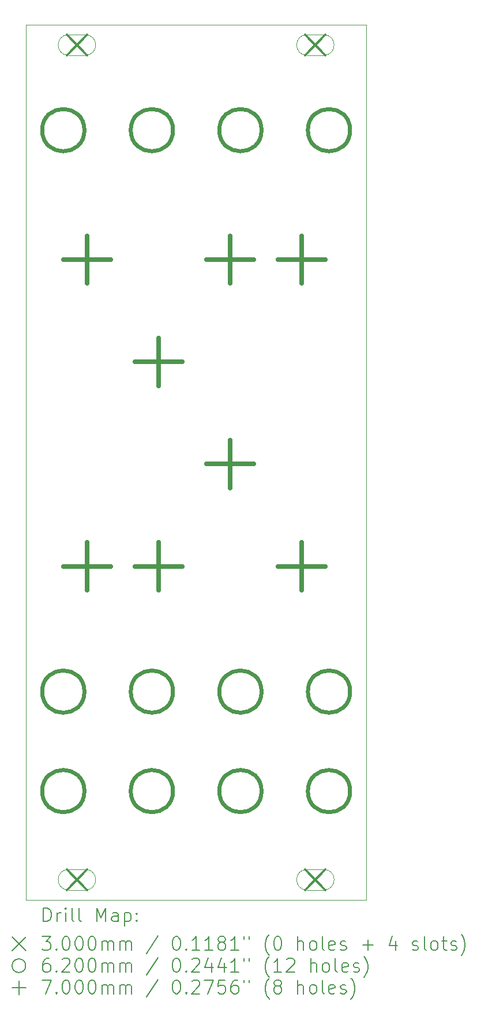
<source format=gbr>
%TF.GenerationSoftware,KiCad,Pcbnew,8.0.6-8.0.6-0~ubuntu22.04.1*%
%TF.CreationDate,2025-01-13T22:02:32+00:00*%
%TF.ProjectId,Basic_VCA,42617369-635f-4564-9341-2e6b69636164,rev?*%
%TF.SameCoordinates,Original*%
%TF.FileFunction,Drillmap*%
%TF.FilePolarity,Positive*%
%FSLAX45Y45*%
G04 Gerber Fmt 4.5, Leading zero omitted, Abs format (unit mm)*
G04 Created by KiCad (PCBNEW 8.0.6-8.0.6-0~ubuntu22.04.1) date 2025-01-13 22:02:32*
%MOMM*%
%LPD*%
G01*
G04 APERTURE LIST*
%ADD10C,0.050000*%
%ADD11C,0.200000*%
%ADD12C,0.300000*%
%ADD13C,0.100000*%
%ADD14C,0.620000*%
%ADD15C,0.700000*%
G04 APERTURE END LIST*
D10*
X22700000Y-2750000D02*
X22700000Y-15600000D01*
X17700000Y-2750000D02*
X17700000Y-15600000D01*
X22700000Y-15600000D02*
X17700000Y-15600000D01*
X17700000Y-2750000D02*
X22700000Y-2750000D01*
D11*
D12*
X18300000Y-2900000D02*
X18600000Y-3200000D01*
X18600000Y-2900000D02*
X18300000Y-3200000D01*
D13*
X18325000Y-3200000D02*
X18575000Y-3200000D01*
X18575000Y-2900000D02*
G75*
G02*
X18575000Y-3200000I0J-150000D01*
G01*
X18575000Y-2900000D02*
X18325000Y-2900000D01*
X18325000Y-2900000D02*
G75*
G03*
X18325000Y-3200000I0J-150000D01*
G01*
D12*
X18300000Y-15150000D02*
X18600000Y-15450000D01*
X18600000Y-15150000D02*
X18300000Y-15450000D01*
D13*
X18325000Y-15450000D02*
X18575000Y-15450000D01*
X18575000Y-15150000D02*
G75*
G02*
X18575000Y-15450000I0J-150000D01*
G01*
X18575000Y-15150000D02*
X18325000Y-15150000D01*
X18325000Y-15150000D02*
G75*
G03*
X18325000Y-15450000I0J-150000D01*
G01*
D12*
X21800000Y-2900000D02*
X22100000Y-3200000D01*
X22100000Y-2900000D02*
X21800000Y-3200000D01*
D13*
X21825000Y-3200000D02*
X22075000Y-3200000D01*
X22075000Y-2900000D02*
G75*
G02*
X22075000Y-3200000I0J-150000D01*
G01*
X22075000Y-2900000D02*
X21825000Y-2900000D01*
X21825000Y-2900000D02*
G75*
G03*
X21825000Y-3200000I0J-150000D01*
G01*
D12*
X21800000Y-15150000D02*
X22100000Y-15450000D01*
X22100000Y-15150000D02*
X21800000Y-15450000D01*
D13*
X21825000Y-15450000D02*
X22075000Y-15450000D01*
X22075000Y-15150000D02*
G75*
G02*
X22075000Y-15450000I0J-150000D01*
G01*
X22075000Y-15150000D02*
X21825000Y-15150000D01*
X21825000Y-15150000D02*
G75*
G03*
X21825000Y-15450000I0J-150000D01*
G01*
D14*
X18560000Y-12540000D02*
G75*
G02*
X17940000Y-12540000I-310000J0D01*
G01*
X17940000Y-12540000D02*
G75*
G02*
X18560000Y-12540000I310000J0D01*
G01*
X18560000Y-4300000D02*
G75*
G02*
X17940000Y-4300000I-310000J0D01*
G01*
X17940000Y-4300000D02*
G75*
G02*
X18560000Y-4300000I310000J0D01*
G01*
X18560000Y-14000000D02*
G75*
G02*
X17940000Y-14000000I-310000J0D01*
G01*
X17940000Y-14000000D02*
G75*
G02*
X18560000Y-14000000I310000J0D01*
G01*
X19860000Y-12540000D02*
G75*
G02*
X19240000Y-12540000I-310000J0D01*
G01*
X19240000Y-12540000D02*
G75*
G02*
X19860000Y-12540000I310000J0D01*
G01*
X19860000Y-4300000D02*
G75*
G02*
X19240000Y-4300000I-310000J0D01*
G01*
X19240000Y-4300000D02*
G75*
G02*
X19860000Y-4300000I310000J0D01*
G01*
X19860000Y-14000000D02*
G75*
G02*
X19240000Y-14000000I-310000J0D01*
G01*
X19240000Y-14000000D02*
G75*
G02*
X19860000Y-14000000I310000J0D01*
G01*
X21160000Y-12540000D02*
G75*
G02*
X20540000Y-12540000I-310000J0D01*
G01*
X20540000Y-12540000D02*
G75*
G02*
X21160000Y-12540000I310000J0D01*
G01*
X21160000Y-4300000D02*
G75*
G02*
X20540000Y-4300000I-310000J0D01*
G01*
X20540000Y-4300000D02*
G75*
G02*
X21160000Y-4300000I310000J0D01*
G01*
X21160000Y-14000000D02*
G75*
G02*
X20540000Y-14000000I-310000J0D01*
G01*
X20540000Y-14000000D02*
G75*
G02*
X21160000Y-14000000I310000J0D01*
G01*
X22460000Y-12540000D02*
G75*
G02*
X21840000Y-12540000I-310000J0D01*
G01*
X21840000Y-12540000D02*
G75*
G02*
X22460000Y-12540000I310000J0D01*
G01*
X22460000Y-4300000D02*
G75*
G02*
X21840000Y-4300000I-310000J0D01*
G01*
X21840000Y-4300000D02*
G75*
G02*
X22460000Y-4300000I310000J0D01*
G01*
X22460000Y-14000000D02*
G75*
G02*
X21840000Y-14000000I-310000J0D01*
G01*
X21840000Y-14000000D02*
G75*
G02*
X22460000Y-14000000I310000J0D01*
G01*
D15*
X18600000Y-5850000D02*
X18600000Y-6550000D01*
X18250000Y-6200000D02*
X18950000Y-6200000D01*
X18600000Y-10350000D02*
X18600000Y-11050000D01*
X18250000Y-10700000D02*
X18950000Y-10700000D01*
X19650000Y-7350000D02*
X19650000Y-8050000D01*
X19300000Y-7700000D02*
X20000000Y-7700000D01*
X19650000Y-10350000D02*
X19650000Y-11050000D01*
X19300000Y-10700000D02*
X20000000Y-10700000D01*
X20700000Y-5850000D02*
X20700000Y-6550000D01*
X20350000Y-6200000D02*
X21050000Y-6200000D01*
X20700000Y-8850000D02*
X20700000Y-9550000D01*
X20350000Y-9200000D02*
X21050000Y-9200000D01*
X21750000Y-5850000D02*
X21750000Y-6550000D01*
X21400000Y-6200000D02*
X22100000Y-6200000D01*
X21750000Y-10350000D02*
X21750000Y-11050000D01*
X21400000Y-10700000D02*
X22100000Y-10700000D01*
D11*
X17958277Y-15913984D02*
X17958277Y-15713984D01*
X17958277Y-15713984D02*
X18005896Y-15713984D01*
X18005896Y-15713984D02*
X18034467Y-15723508D01*
X18034467Y-15723508D02*
X18053515Y-15742555D01*
X18053515Y-15742555D02*
X18063039Y-15761603D01*
X18063039Y-15761603D02*
X18072563Y-15799698D01*
X18072563Y-15799698D02*
X18072563Y-15828269D01*
X18072563Y-15828269D02*
X18063039Y-15866365D01*
X18063039Y-15866365D02*
X18053515Y-15885412D01*
X18053515Y-15885412D02*
X18034467Y-15904460D01*
X18034467Y-15904460D02*
X18005896Y-15913984D01*
X18005896Y-15913984D02*
X17958277Y-15913984D01*
X18158277Y-15913984D02*
X18158277Y-15780650D01*
X18158277Y-15818746D02*
X18167801Y-15799698D01*
X18167801Y-15799698D02*
X18177324Y-15790174D01*
X18177324Y-15790174D02*
X18196372Y-15780650D01*
X18196372Y-15780650D02*
X18215420Y-15780650D01*
X18282086Y-15913984D02*
X18282086Y-15780650D01*
X18282086Y-15713984D02*
X18272563Y-15723508D01*
X18272563Y-15723508D02*
X18282086Y-15733031D01*
X18282086Y-15733031D02*
X18291610Y-15723508D01*
X18291610Y-15723508D02*
X18282086Y-15713984D01*
X18282086Y-15713984D02*
X18282086Y-15733031D01*
X18405896Y-15913984D02*
X18386848Y-15904460D01*
X18386848Y-15904460D02*
X18377324Y-15885412D01*
X18377324Y-15885412D02*
X18377324Y-15713984D01*
X18510658Y-15913984D02*
X18491610Y-15904460D01*
X18491610Y-15904460D02*
X18482086Y-15885412D01*
X18482086Y-15885412D02*
X18482086Y-15713984D01*
X18739229Y-15913984D02*
X18739229Y-15713984D01*
X18739229Y-15713984D02*
X18805896Y-15856841D01*
X18805896Y-15856841D02*
X18872563Y-15713984D01*
X18872563Y-15713984D02*
X18872563Y-15913984D01*
X19053515Y-15913984D02*
X19053515Y-15809222D01*
X19053515Y-15809222D02*
X19043991Y-15790174D01*
X19043991Y-15790174D02*
X19024944Y-15780650D01*
X19024944Y-15780650D02*
X18986848Y-15780650D01*
X18986848Y-15780650D02*
X18967801Y-15790174D01*
X19053515Y-15904460D02*
X19034467Y-15913984D01*
X19034467Y-15913984D02*
X18986848Y-15913984D01*
X18986848Y-15913984D02*
X18967801Y-15904460D01*
X18967801Y-15904460D02*
X18958277Y-15885412D01*
X18958277Y-15885412D02*
X18958277Y-15866365D01*
X18958277Y-15866365D02*
X18967801Y-15847317D01*
X18967801Y-15847317D02*
X18986848Y-15837793D01*
X18986848Y-15837793D02*
X19034467Y-15837793D01*
X19034467Y-15837793D02*
X19053515Y-15828269D01*
X19148753Y-15780650D02*
X19148753Y-15980650D01*
X19148753Y-15790174D02*
X19167801Y-15780650D01*
X19167801Y-15780650D02*
X19205896Y-15780650D01*
X19205896Y-15780650D02*
X19224944Y-15790174D01*
X19224944Y-15790174D02*
X19234467Y-15799698D01*
X19234467Y-15799698D02*
X19243991Y-15818746D01*
X19243991Y-15818746D02*
X19243991Y-15875888D01*
X19243991Y-15875888D02*
X19234467Y-15894936D01*
X19234467Y-15894936D02*
X19224944Y-15904460D01*
X19224944Y-15904460D02*
X19205896Y-15913984D01*
X19205896Y-15913984D02*
X19167801Y-15913984D01*
X19167801Y-15913984D02*
X19148753Y-15904460D01*
X19329705Y-15894936D02*
X19339229Y-15904460D01*
X19339229Y-15904460D02*
X19329705Y-15913984D01*
X19329705Y-15913984D02*
X19320182Y-15904460D01*
X19320182Y-15904460D02*
X19329705Y-15894936D01*
X19329705Y-15894936D02*
X19329705Y-15913984D01*
X19329705Y-15790174D02*
X19339229Y-15799698D01*
X19339229Y-15799698D02*
X19329705Y-15809222D01*
X19329705Y-15809222D02*
X19320182Y-15799698D01*
X19320182Y-15799698D02*
X19329705Y-15790174D01*
X19329705Y-15790174D02*
X19329705Y-15809222D01*
X17497500Y-16142500D02*
X17697500Y-16342500D01*
X17697500Y-16142500D02*
X17497500Y-16342500D01*
X17939229Y-16133984D02*
X18063039Y-16133984D01*
X18063039Y-16133984D02*
X17996372Y-16210174D01*
X17996372Y-16210174D02*
X18024944Y-16210174D01*
X18024944Y-16210174D02*
X18043991Y-16219698D01*
X18043991Y-16219698D02*
X18053515Y-16229222D01*
X18053515Y-16229222D02*
X18063039Y-16248269D01*
X18063039Y-16248269D02*
X18063039Y-16295888D01*
X18063039Y-16295888D02*
X18053515Y-16314936D01*
X18053515Y-16314936D02*
X18043991Y-16324460D01*
X18043991Y-16324460D02*
X18024944Y-16333984D01*
X18024944Y-16333984D02*
X17967801Y-16333984D01*
X17967801Y-16333984D02*
X17948753Y-16324460D01*
X17948753Y-16324460D02*
X17939229Y-16314936D01*
X18148753Y-16314936D02*
X18158277Y-16324460D01*
X18158277Y-16324460D02*
X18148753Y-16333984D01*
X18148753Y-16333984D02*
X18139229Y-16324460D01*
X18139229Y-16324460D02*
X18148753Y-16314936D01*
X18148753Y-16314936D02*
X18148753Y-16333984D01*
X18282086Y-16133984D02*
X18301134Y-16133984D01*
X18301134Y-16133984D02*
X18320182Y-16143508D01*
X18320182Y-16143508D02*
X18329705Y-16153031D01*
X18329705Y-16153031D02*
X18339229Y-16172079D01*
X18339229Y-16172079D02*
X18348753Y-16210174D01*
X18348753Y-16210174D02*
X18348753Y-16257793D01*
X18348753Y-16257793D02*
X18339229Y-16295888D01*
X18339229Y-16295888D02*
X18329705Y-16314936D01*
X18329705Y-16314936D02*
X18320182Y-16324460D01*
X18320182Y-16324460D02*
X18301134Y-16333984D01*
X18301134Y-16333984D02*
X18282086Y-16333984D01*
X18282086Y-16333984D02*
X18263039Y-16324460D01*
X18263039Y-16324460D02*
X18253515Y-16314936D01*
X18253515Y-16314936D02*
X18243991Y-16295888D01*
X18243991Y-16295888D02*
X18234467Y-16257793D01*
X18234467Y-16257793D02*
X18234467Y-16210174D01*
X18234467Y-16210174D02*
X18243991Y-16172079D01*
X18243991Y-16172079D02*
X18253515Y-16153031D01*
X18253515Y-16153031D02*
X18263039Y-16143508D01*
X18263039Y-16143508D02*
X18282086Y-16133984D01*
X18472563Y-16133984D02*
X18491610Y-16133984D01*
X18491610Y-16133984D02*
X18510658Y-16143508D01*
X18510658Y-16143508D02*
X18520182Y-16153031D01*
X18520182Y-16153031D02*
X18529705Y-16172079D01*
X18529705Y-16172079D02*
X18539229Y-16210174D01*
X18539229Y-16210174D02*
X18539229Y-16257793D01*
X18539229Y-16257793D02*
X18529705Y-16295888D01*
X18529705Y-16295888D02*
X18520182Y-16314936D01*
X18520182Y-16314936D02*
X18510658Y-16324460D01*
X18510658Y-16324460D02*
X18491610Y-16333984D01*
X18491610Y-16333984D02*
X18472563Y-16333984D01*
X18472563Y-16333984D02*
X18453515Y-16324460D01*
X18453515Y-16324460D02*
X18443991Y-16314936D01*
X18443991Y-16314936D02*
X18434467Y-16295888D01*
X18434467Y-16295888D02*
X18424944Y-16257793D01*
X18424944Y-16257793D02*
X18424944Y-16210174D01*
X18424944Y-16210174D02*
X18434467Y-16172079D01*
X18434467Y-16172079D02*
X18443991Y-16153031D01*
X18443991Y-16153031D02*
X18453515Y-16143508D01*
X18453515Y-16143508D02*
X18472563Y-16133984D01*
X18663039Y-16133984D02*
X18682086Y-16133984D01*
X18682086Y-16133984D02*
X18701134Y-16143508D01*
X18701134Y-16143508D02*
X18710658Y-16153031D01*
X18710658Y-16153031D02*
X18720182Y-16172079D01*
X18720182Y-16172079D02*
X18729705Y-16210174D01*
X18729705Y-16210174D02*
X18729705Y-16257793D01*
X18729705Y-16257793D02*
X18720182Y-16295888D01*
X18720182Y-16295888D02*
X18710658Y-16314936D01*
X18710658Y-16314936D02*
X18701134Y-16324460D01*
X18701134Y-16324460D02*
X18682086Y-16333984D01*
X18682086Y-16333984D02*
X18663039Y-16333984D01*
X18663039Y-16333984D02*
X18643991Y-16324460D01*
X18643991Y-16324460D02*
X18634467Y-16314936D01*
X18634467Y-16314936D02*
X18624944Y-16295888D01*
X18624944Y-16295888D02*
X18615420Y-16257793D01*
X18615420Y-16257793D02*
X18615420Y-16210174D01*
X18615420Y-16210174D02*
X18624944Y-16172079D01*
X18624944Y-16172079D02*
X18634467Y-16153031D01*
X18634467Y-16153031D02*
X18643991Y-16143508D01*
X18643991Y-16143508D02*
X18663039Y-16133984D01*
X18815420Y-16333984D02*
X18815420Y-16200650D01*
X18815420Y-16219698D02*
X18824944Y-16210174D01*
X18824944Y-16210174D02*
X18843991Y-16200650D01*
X18843991Y-16200650D02*
X18872563Y-16200650D01*
X18872563Y-16200650D02*
X18891610Y-16210174D01*
X18891610Y-16210174D02*
X18901134Y-16229222D01*
X18901134Y-16229222D02*
X18901134Y-16333984D01*
X18901134Y-16229222D02*
X18910658Y-16210174D01*
X18910658Y-16210174D02*
X18929705Y-16200650D01*
X18929705Y-16200650D02*
X18958277Y-16200650D01*
X18958277Y-16200650D02*
X18977325Y-16210174D01*
X18977325Y-16210174D02*
X18986848Y-16229222D01*
X18986848Y-16229222D02*
X18986848Y-16333984D01*
X19082086Y-16333984D02*
X19082086Y-16200650D01*
X19082086Y-16219698D02*
X19091610Y-16210174D01*
X19091610Y-16210174D02*
X19110658Y-16200650D01*
X19110658Y-16200650D02*
X19139229Y-16200650D01*
X19139229Y-16200650D02*
X19158277Y-16210174D01*
X19158277Y-16210174D02*
X19167801Y-16229222D01*
X19167801Y-16229222D02*
X19167801Y-16333984D01*
X19167801Y-16229222D02*
X19177325Y-16210174D01*
X19177325Y-16210174D02*
X19196372Y-16200650D01*
X19196372Y-16200650D02*
X19224944Y-16200650D01*
X19224944Y-16200650D02*
X19243991Y-16210174D01*
X19243991Y-16210174D02*
X19253515Y-16229222D01*
X19253515Y-16229222D02*
X19253515Y-16333984D01*
X19643991Y-16124460D02*
X19472563Y-16381603D01*
X19901134Y-16133984D02*
X19920182Y-16133984D01*
X19920182Y-16133984D02*
X19939229Y-16143508D01*
X19939229Y-16143508D02*
X19948753Y-16153031D01*
X19948753Y-16153031D02*
X19958277Y-16172079D01*
X19958277Y-16172079D02*
X19967801Y-16210174D01*
X19967801Y-16210174D02*
X19967801Y-16257793D01*
X19967801Y-16257793D02*
X19958277Y-16295888D01*
X19958277Y-16295888D02*
X19948753Y-16314936D01*
X19948753Y-16314936D02*
X19939229Y-16324460D01*
X19939229Y-16324460D02*
X19920182Y-16333984D01*
X19920182Y-16333984D02*
X19901134Y-16333984D01*
X19901134Y-16333984D02*
X19882087Y-16324460D01*
X19882087Y-16324460D02*
X19872563Y-16314936D01*
X19872563Y-16314936D02*
X19863039Y-16295888D01*
X19863039Y-16295888D02*
X19853515Y-16257793D01*
X19853515Y-16257793D02*
X19853515Y-16210174D01*
X19853515Y-16210174D02*
X19863039Y-16172079D01*
X19863039Y-16172079D02*
X19872563Y-16153031D01*
X19872563Y-16153031D02*
X19882087Y-16143508D01*
X19882087Y-16143508D02*
X19901134Y-16133984D01*
X20053515Y-16314936D02*
X20063039Y-16324460D01*
X20063039Y-16324460D02*
X20053515Y-16333984D01*
X20053515Y-16333984D02*
X20043991Y-16324460D01*
X20043991Y-16324460D02*
X20053515Y-16314936D01*
X20053515Y-16314936D02*
X20053515Y-16333984D01*
X20253515Y-16333984D02*
X20139229Y-16333984D01*
X20196372Y-16333984D02*
X20196372Y-16133984D01*
X20196372Y-16133984D02*
X20177325Y-16162555D01*
X20177325Y-16162555D02*
X20158277Y-16181603D01*
X20158277Y-16181603D02*
X20139229Y-16191127D01*
X20443991Y-16333984D02*
X20329706Y-16333984D01*
X20386848Y-16333984D02*
X20386848Y-16133984D01*
X20386848Y-16133984D02*
X20367801Y-16162555D01*
X20367801Y-16162555D02*
X20348753Y-16181603D01*
X20348753Y-16181603D02*
X20329706Y-16191127D01*
X20558277Y-16219698D02*
X20539229Y-16210174D01*
X20539229Y-16210174D02*
X20529706Y-16200650D01*
X20529706Y-16200650D02*
X20520182Y-16181603D01*
X20520182Y-16181603D02*
X20520182Y-16172079D01*
X20520182Y-16172079D02*
X20529706Y-16153031D01*
X20529706Y-16153031D02*
X20539229Y-16143508D01*
X20539229Y-16143508D02*
X20558277Y-16133984D01*
X20558277Y-16133984D02*
X20596372Y-16133984D01*
X20596372Y-16133984D02*
X20615420Y-16143508D01*
X20615420Y-16143508D02*
X20624944Y-16153031D01*
X20624944Y-16153031D02*
X20634468Y-16172079D01*
X20634468Y-16172079D02*
X20634468Y-16181603D01*
X20634468Y-16181603D02*
X20624944Y-16200650D01*
X20624944Y-16200650D02*
X20615420Y-16210174D01*
X20615420Y-16210174D02*
X20596372Y-16219698D01*
X20596372Y-16219698D02*
X20558277Y-16219698D01*
X20558277Y-16219698D02*
X20539229Y-16229222D01*
X20539229Y-16229222D02*
X20529706Y-16238746D01*
X20529706Y-16238746D02*
X20520182Y-16257793D01*
X20520182Y-16257793D02*
X20520182Y-16295888D01*
X20520182Y-16295888D02*
X20529706Y-16314936D01*
X20529706Y-16314936D02*
X20539229Y-16324460D01*
X20539229Y-16324460D02*
X20558277Y-16333984D01*
X20558277Y-16333984D02*
X20596372Y-16333984D01*
X20596372Y-16333984D02*
X20615420Y-16324460D01*
X20615420Y-16324460D02*
X20624944Y-16314936D01*
X20624944Y-16314936D02*
X20634468Y-16295888D01*
X20634468Y-16295888D02*
X20634468Y-16257793D01*
X20634468Y-16257793D02*
X20624944Y-16238746D01*
X20624944Y-16238746D02*
X20615420Y-16229222D01*
X20615420Y-16229222D02*
X20596372Y-16219698D01*
X20824944Y-16333984D02*
X20710658Y-16333984D01*
X20767801Y-16333984D02*
X20767801Y-16133984D01*
X20767801Y-16133984D02*
X20748753Y-16162555D01*
X20748753Y-16162555D02*
X20729706Y-16181603D01*
X20729706Y-16181603D02*
X20710658Y-16191127D01*
X20901134Y-16133984D02*
X20901134Y-16172079D01*
X20977325Y-16133984D02*
X20977325Y-16172079D01*
X21272563Y-16410174D02*
X21263039Y-16400650D01*
X21263039Y-16400650D02*
X21243991Y-16372079D01*
X21243991Y-16372079D02*
X21234468Y-16353031D01*
X21234468Y-16353031D02*
X21224944Y-16324460D01*
X21224944Y-16324460D02*
X21215420Y-16276841D01*
X21215420Y-16276841D02*
X21215420Y-16238746D01*
X21215420Y-16238746D02*
X21224944Y-16191127D01*
X21224944Y-16191127D02*
X21234468Y-16162555D01*
X21234468Y-16162555D02*
X21243991Y-16143508D01*
X21243991Y-16143508D02*
X21263039Y-16114936D01*
X21263039Y-16114936D02*
X21272563Y-16105412D01*
X21386849Y-16133984D02*
X21405896Y-16133984D01*
X21405896Y-16133984D02*
X21424944Y-16143508D01*
X21424944Y-16143508D02*
X21434468Y-16153031D01*
X21434468Y-16153031D02*
X21443991Y-16172079D01*
X21443991Y-16172079D02*
X21453515Y-16210174D01*
X21453515Y-16210174D02*
X21453515Y-16257793D01*
X21453515Y-16257793D02*
X21443991Y-16295888D01*
X21443991Y-16295888D02*
X21434468Y-16314936D01*
X21434468Y-16314936D02*
X21424944Y-16324460D01*
X21424944Y-16324460D02*
X21405896Y-16333984D01*
X21405896Y-16333984D02*
X21386849Y-16333984D01*
X21386849Y-16333984D02*
X21367801Y-16324460D01*
X21367801Y-16324460D02*
X21358277Y-16314936D01*
X21358277Y-16314936D02*
X21348753Y-16295888D01*
X21348753Y-16295888D02*
X21339230Y-16257793D01*
X21339230Y-16257793D02*
X21339230Y-16210174D01*
X21339230Y-16210174D02*
X21348753Y-16172079D01*
X21348753Y-16172079D02*
X21358277Y-16153031D01*
X21358277Y-16153031D02*
X21367801Y-16143508D01*
X21367801Y-16143508D02*
X21386849Y-16133984D01*
X21691611Y-16333984D02*
X21691611Y-16133984D01*
X21777325Y-16333984D02*
X21777325Y-16229222D01*
X21777325Y-16229222D02*
X21767801Y-16210174D01*
X21767801Y-16210174D02*
X21748753Y-16200650D01*
X21748753Y-16200650D02*
X21720182Y-16200650D01*
X21720182Y-16200650D02*
X21701134Y-16210174D01*
X21701134Y-16210174D02*
X21691611Y-16219698D01*
X21901134Y-16333984D02*
X21882087Y-16324460D01*
X21882087Y-16324460D02*
X21872563Y-16314936D01*
X21872563Y-16314936D02*
X21863039Y-16295888D01*
X21863039Y-16295888D02*
X21863039Y-16238746D01*
X21863039Y-16238746D02*
X21872563Y-16219698D01*
X21872563Y-16219698D02*
X21882087Y-16210174D01*
X21882087Y-16210174D02*
X21901134Y-16200650D01*
X21901134Y-16200650D02*
X21929706Y-16200650D01*
X21929706Y-16200650D02*
X21948753Y-16210174D01*
X21948753Y-16210174D02*
X21958277Y-16219698D01*
X21958277Y-16219698D02*
X21967801Y-16238746D01*
X21967801Y-16238746D02*
X21967801Y-16295888D01*
X21967801Y-16295888D02*
X21958277Y-16314936D01*
X21958277Y-16314936D02*
X21948753Y-16324460D01*
X21948753Y-16324460D02*
X21929706Y-16333984D01*
X21929706Y-16333984D02*
X21901134Y-16333984D01*
X22082087Y-16333984D02*
X22063039Y-16324460D01*
X22063039Y-16324460D02*
X22053515Y-16305412D01*
X22053515Y-16305412D02*
X22053515Y-16133984D01*
X22234468Y-16324460D02*
X22215420Y-16333984D01*
X22215420Y-16333984D02*
X22177325Y-16333984D01*
X22177325Y-16333984D02*
X22158277Y-16324460D01*
X22158277Y-16324460D02*
X22148753Y-16305412D01*
X22148753Y-16305412D02*
X22148753Y-16229222D01*
X22148753Y-16229222D02*
X22158277Y-16210174D01*
X22158277Y-16210174D02*
X22177325Y-16200650D01*
X22177325Y-16200650D02*
X22215420Y-16200650D01*
X22215420Y-16200650D02*
X22234468Y-16210174D01*
X22234468Y-16210174D02*
X22243992Y-16229222D01*
X22243992Y-16229222D02*
X22243992Y-16248269D01*
X22243992Y-16248269D02*
X22148753Y-16267317D01*
X22320182Y-16324460D02*
X22339230Y-16333984D01*
X22339230Y-16333984D02*
X22377325Y-16333984D01*
X22377325Y-16333984D02*
X22396372Y-16324460D01*
X22396372Y-16324460D02*
X22405896Y-16305412D01*
X22405896Y-16305412D02*
X22405896Y-16295888D01*
X22405896Y-16295888D02*
X22396372Y-16276841D01*
X22396372Y-16276841D02*
X22377325Y-16267317D01*
X22377325Y-16267317D02*
X22348753Y-16267317D01*
X22348753Y-16267317D02*
X22329706Y-16257793D01*
X22329706Y-16257793D02*
X22320182Y-16238746D01*
X22320182Y-16238746D02*
X22320182Y-16229222D01*
X22320182Y-16229222D02*
X22329706Y-16210174D01*
X22329706Y-16210174D02*
X22348753Y-16200650D01*
X22348753Y-16200650D02*
X22377325Y-16200650D01*
X22377325Y-16200650D02*
X22396372Y-16210174D01*
X22643992Y-16257793D02*
X22796373Y-16257793D01*
X22720182Y-16333984D02*
X22720182Y-16181603D01*
X23129706Y-16200650D02*
X23129706Y-16333984D01*
X23082087Y-16124460D02*
X23034468Y-16267317D01*
X23034468Y-16267317D02*
X23158277Y-16267317D01*
X23377325Y-16324460D02*
X23396373Y-16333984D01*
X23396373Y-16333984D02*
X23434468Y-16333984D01*
X23434468Y-16333984D02*
X23453515Y-16324460D01*
X23453515Y-16324460D02*
X23463039Y-16305412D01*
X23463039Y-16305412D02*
X23463039Y-16295888D01*
X23463039Y-16295888D02*
X23453515Y-16276841D01*
X23453515Y-16276841D02*
X23434468Y-16267317D01*
X23434468Y-16267317D02*
X23405896Y-16267317D01*
X23405896Y-16267317D02*
X23386849Y-16257793D01*
X23386849Y-16257793D02*
X23377325Y-16238746D01*
X23377325Y-16238746D02*
X23377325Y-16229222D01*
X23377325Y-16229222D02*
X23386849Y-16210174D01*
X23386849Y-16210174D02*
X23405896Y-16200650D01*
X23405896Y-16200650D02*
X23434468Y-16200650D01*
X23434468Y-16200650D02*
X23453515Y-16210174D01*
X23577325Y-16333984D02*
X23558277Y-16324460D01*
X23558277Y-16324460D02*
X23548754Y-16305412D01*
X23548754Y-16305412D02*
X23548754Y-16133984D01*
X23682087Y-16333984D02*
X23663039Y-16324460D01*
X23663039Y-16324460D02*
X23653515Y-16314936D01*
X23653515Y-16314936D02*
X23643992Y-16295888D01*
X23643992Y-16295888D02*
X23643992Y-16238746D01*
X23643992Y-16238746D02*
X23653515Y-16219698D01*
X23653515Y-16219698D02*
X23663039Y-16210174D01*
X23663039Y-16210174D02*
X23682087Y-16200650D01*
X23682087Y-16200650D02*
X23710658Y-16200650D01*
X23710658Y-16200650D02*
X23729706Y-16210174D01*
X23729706Y-16210174D02*
X23739230Y-16219698D01*
X23739230Y-16219698D02*
X23748754Y-16238746D01*
X23748754Y-16238746D02*
X23748754Y-16295888D01*
X23748754Y-16295888D02*
X23739230Y-16314936D01*
X23739230Y-16314936D02*
X23729706Y-16324460D01*
X23729706Y-16324460D02*
X23710658Y-16333984D01*
X23710658Y-16333984D02*
X23682087Y-16333984D01*
X23805896Y-16200650D02*
X23882087Y-16200650D01*
X23834468Y-16133984D02*
X23834468Y-16305412D01*
X23834468Y-16305412D02*
X23843992Y-16324460D01*
X23843992Y-16324460D02*
X23863039Y-16333984D01*
X23863039Y-16333984D02*
X23882087Y-16333984D01*
X23939230Y-16324460D02*
X23958277Y-16333984D01*
X23958277Y-16333984D02*
X23996373Y-16333984D01*
X23996373Y-16333984D02*
X24015420Y-16324460D01*
X24015420Y-16324460D02*
X24024944Y-16305412D01*
X24024944Y-16305412D02*
X24024944Y-16295888D01*
X24024944Y-16295888D02*
X24015420Y-16276841D01*
X24015420Y-16276841D02*
X23996373Y-16267317D01*
X23996373Y-16267317D02*
X23967801Y-16267317D01*
X23967801Y-16267317D02*
X23948754Y-16257793D01*
X23948754Y-16257793D02*
X23939230Y-16238746D01*
X23939230Y-16238746D02*
X23939230Y-16229222D01*
X23939230Y-16229222D02*
X23948754Y-16210174D01*
X23948754Y-16210174D02*
X23967801Y-16200650D01*
X23967801Y-16200650D02*
X23996373Y-16200650D01*
X23996373Y-16200650D02*
X24015420Y-16210174D01*
X24091611Y-16410174D02*
X24101135Y-16400650D01*
X24101135Y-16400650D02*
X24120182Y-16372079D01*
X24120182Y-16372079D02*
X24129706Y-16353031D01*
X24129706Y-16353031D02*
X24139230Y-16324460D01*
X24139230Y-16324460D02*
X24148754Y-16276841D01*
X24148754Y-16276841D02*
X24148754Y-16238746D01*
X24148754Y-16238746D02*
X24139230Y-16191127D01*
X24139230Y-16191127D02*
X24129706Y-16162555D01*
X24129706Y-16162555D02*
X24120182Y-16143508D01*
X24120182Y-16143508D02*
X24101135Y-16114936D01*
X24101135Y-16114936D02*
X24091611Y-16105412D01*
X17697500Y-16562500D02*
G75*
G02*
X17497500Y-16562500I-100000J0D01*
G01*
X17497500Y-16562500D02*
G75*
G02*
X17697500Y-16562500I100000J0D01*
G01*
X18043991Y-16453984D02*
X18005896Y-16453984D01*
X18005896Y-16453984D02*
X17986848Y-16463508D01*
X17986848Y-16463508D02*
X17977324Y-16473031D01*
X17977324Y-16473031D02*
X17958277Y-16501603D01*
X17958277Y-16501603D02*
X17948753Y-16539698D01*
X17948753Y-16539698D02*
X17948753Y-16615888D01*
X17948753Y-16615888D02*
X17958277Y-16634936D01*
X17958277Y-16634936D02*
X17967801Y-16644460D01*
X17967801Y-16644460D02*
X17986848Y-16653984D01*
X17986848Y-16653984D02*
X18024944Y-16653984D01*
X18024944Y-16653984D02*
X18043991Y-16644460D01*
X18043991Y-16644460D02*
X18053515Y-16634936D01*
X18053515Y-16634936D02*
X18063039Y-16615888D01*
X18063039Y-16615888D02*
X18063039Y-16568269D01*
X18063039Y-16568269D02*
X18053515Y-16549222D01*
X18053515Y-16549222D02*
X18043991Y-16539698D01*
X18043991Y-16539698D02*
X18024944Y-16530174D01*
X18024944Y-16530174D02*
X17986848Y-16530174D01*
X17986848Y-16530174D02*
X17967801Y-16539698D01*
X17967801Y-16539698D02*
X17958277Y-16549222D01*
X17958277Y-16549222D02*
X17948753Y-16568269D01*
X18148753Y-16634936D02*
X18158277Y-16644460D01*
X18158277Y-16644460D02*
X18148753Y-16653984D01*
X18148753Y-16653984D02*
X18139229Y-16644460D01*
X18139229Y-16644460D02*
X18148753Y-16634936D01*
X18148753Y-16634936D02*
X18148753Y-16653984D01*
X18234467Y-16473031D02*
X18243991Y-16463508D01*
X18243991Y-16463508D02*
X18263039Y-16453984D01*
X18263039Y-16453984D02*
X18310658Y-16453984D01*
X18310658Y-16453984D02*
X18329705Y-16463508D01*
X18329705Y-16463508D02*
X18339229Y-16473031D01*
X18339229Y-16473031D02*
X18348753Y-16492079D01*
X18348753Y-16492079D02*
X18348753Y-16511127D01*
X18348753Y-16511127D02*
X18339229Y-16539698D01*
X18339229Y-16539698D02*
X18224944Y-16653984D01*
X18224944Y-16653984D02*
X18348753Y-16653984D01*
X18472563Y-16453984D02*
X18491610Y-16453984D01*
X18491610Y-16453984D02*
X18510658Y-16463508D01*
X18510658Y-16463508D02*
X18520182Y-16473031D01*
X18520182Y-16473031D02*
X18529705Y-16492079D01*
X18529705Y-16492079D02*
X18539229Y-16530174D01*
X18539229Y-16530174D02*
X18539229Y-16577793D01*
X18539229Y-16577793D02*
X18529705Y-16615888D01*
X18529705Y-16615888D02*
X18520182Y-16634936D01*
X18520182Y-16634936D02*
X18510658Y-16644460D01*
X18510658Y-16644460D02*
X18491610Y-16653984D01*
X18491610Y-16653984D02*
X18472563Y-16653984D01*
X18472563Y-16653984D02*
X18453515Y-16644460D01*
X18453515Y-16644460D02*
X18443991Y-16634936D01*
X18443991Y-16634936D02*
X18434467Y-16615888D01*
X18434467Y-16615888D02*
X18424944Y-16577793D01*
X18424944Y-16577793D02*
X18424944Y-16530174D01*
X18424944Y-16530174D02*
X18434467Y-16492079D01*
X18434467Y-16492079D02*
X18443991Y-16473031D01*
X18443991Y-16473031D02*
X18453515Y-16463508D01*
X18453515Y-16463508D02*
X18472563Y-16453984D01*
X18663039Y-16453984D02*
X18682086Y-16453984D01*
X18682086Y-16453984D02*
X18701134Y-16463508D01*
X18701134Y-16463508D02*
X18710658Y-16473031D01*
X18710658Y-16473031D02*
X18720182Y-16492079D01*
X18720182Y-16492079D02*
X18729705Y-16530174D01*
X18729705Y-16530174D02*
X18729705Y-16577793D01*
X18729705Y-16577793D02*
X18720182Y-16615888D01*
X18720182Y-16615888D02*
X18710658Y-16634936D01*
X18710658Y-16634936D02*
X18701134Y-16644460D01*
X18701134Y-16644460D02*
X18682086Y-16653984D01*
X18682086Y-16653984D02*
X18663039Y-16653984D01*
X18663039Y-16653984D02*
X18643991Y-16644460D01*
X18643991Y-16644460D02*
X18634467Y-16634936D01*
X18634467Y-16634936D02*
X18624944Y-16615888D01*
X18624944Y-16615888D02*
X18615420Y-16577793D01*
X18615420Y-16577793D02*
X18615420Y-16530174D01*
X18615420Y-16530174D02*
X18624944Y-16492079D01*
X18624944Y-16492079D02*
X18634467Y-16473031D01*
X18634467Y-16473031D02*
X18643991Y-16463508D01*
X18643991Y-16463508D02*
X18663039Y-16453984D01*
X18815420Y-16653984D02*
X18815420Y-16520650D01*
X18815420Y-16539698D02*
X18824944Y-16530174D01*
X18824944Y-16530174D02*
X18843991Y-16520650D01*
X18843991Y-16520650D02*
X18872563Y-16520650D01*
X18872563Y-16520650D02*
X18891610Y-16530174D01*
X18891610Y-16530174D02*
X18901134Y-16549222D01*
X18901134Y-16549222D02*
X18901134Y-16653984D01*
X18901134Y-16549222D02*
X18910658Y-16530174D01*
X18910658Y-16530174D02*
X18929705Y-16520650D01*
X18929705Y-16520650D02*
X18958277Y-16520650D01*
X18958277Y-16520650D02*
X18977325Y-16530174D01*
X18977325Y-16530174D02*
X18986848Y-16549222D01*
X18986848Y-16549222D02*
X18986848Y-16653984D01*
X19082086Y-16653984D02*
X19082086Y-16520650D01*
X19082086Y-16539698D02*
X19091610Y-16530174D01*
X19091610Y-16530174D02*
X19110658Y-16520650D01*
X19110658Y-16520650D02*
X19139229Y-16520650D01*
X19139229Y-16520650D02*
X19158277Y-16530174D01*
X19158277Y-16530174D02*
X19167801Y-16549222D01*
X19167801Y-16549222D02*
X19167801Y-16653984D01*
X19167801Y-16549222D02*
X19177325Y-16530174D01*
X19177325Y-16530174D02*
X19196372Y-16520650D01*
X19196372Y-16520650D02*
X19224944Y-16520650D01*
X19224944Y-16520650D02*
X19243991Y-16530174D01*
X19243991Y-16530174D02*
X19253515Y-16549222D01*
X19253515Y-16549222D02*
X19253515Y-16653984D01*
X19643991Y-16444460D02*
X19472563Y-16701603D01*
X19901134Y-16453984D02*
X19920182Y-16453984D01*
X19920182Y-16453984D02*
X19939229Y-16463508D01*
X19939229Y-16463508D02*
X19948753Y-16473031D01*
X19948753Y-16473031D02*
X19958277Y-16492079D01*
X19958277Y-16492079D02*
X19967801Y-16530174D01*
X19967801Y-16530174D02*
X19967801Y-16577793D01*
X19967801Y-16577793D02*
X19958277Y-16615888D01*
X19958277Y-16615888D02*
X19948753Y-16634936D01*
X19948753Y-16634936D02*
X19939229Y-16644460D01*
X19939229Y-16644460D02*
X19920182Y-16653984D01*
X19920182Y-16653984D02*
X19901134Y-16653984D01*
X19901134Y-16653984D02*
X19882087Y-16644460D01*
X19882087Y-16644460D02*
X19872563Y-16634936D01*
X19872563Y-16634936D02*
X19863039Y-16615888D01*
X19863039Y-16615888D02*
X19853515Y-16577793D01*
X19853515Y-16577793D02*
X19853515Y-16530174D01*
X19853515Y-16530174D02*
X19863039Y-16492079D01*
X19863039Y-16492079D02*
X19872563Y-16473031D01*
X19872563Y-16473031D02*
X19882087Y-16463508D01*
X19882087Y-16463508D02*
X19901134Y-16453984D01*
X20053515Y-16634936D02*
X20063039Y-16644460D01*
X20063039Y-16644460D02*
X20053515Y-16653984D01*
X20053515Y-16653984D02*
X20043991Y-16644460D01*
X20043991Y-16644460D02*
X20053515Y-16634936D01*
X20053515Y-16634936D02*
X20053515Y-16653984D01*
X20139229Y-16473031D02*
X20148753Y-16463508D01*
X20148753Y-16463508D02*
X20167801Y-16453984D01*
X20167801Y-16453984D02*
X20215420Y-16453984D01*
X20215420Y-16453984D02*
X20234468Y-16463508D01*
X20234468Y-16463508D02*
X20243991Y-16473031D01*
X20243991Y-16473031D02*
X20253515Y-16492079D01*
X20253515Y-16492079D02*
X20253515Y-16511127D01*
X20253515Y-16511127D02*
X20243991Y-16539698D01*
X20243991Y-16539698D02*
X20129706Y-16653984D01*
X20129706Y-16653984D02*
X20253515Y-16653984D01*
X20424944Y-16520650D02*
X20424944Y-16653984D01*
X20377325Y-16444460D02*
X20329706Y-16587317D01*
X20329706Y-16587317D02*
X20453515Y-16587317D01*
X20615420Y-16520650D02*
X20615420Y-16653984D01*
X20567801Y-16444460D02*
X20520182Y-16587317D01*
X20520182Y-16587317D02*
X20643991Y-16587317D01*
X20824944Y-16653984D02*
X20710658Y-16653984D01*
X20767801Y-16653984D02*
X20767801Y-16453984D01*
X20767801Y-16453984D02*
X20748753Y-16482555D01*
X20748753Y-16482555D02*
X20729706Y-16501603D01*
X20729706Y-16501603D02*
X20710658Y-16511127D01*
X20901134Y-16453984D02*
X20901134Y-16492079D01*
X20977325Y-16453984D02*
X20977325Y-16492079D01*
X21272563Y-16730174D02*
X21263039Y-16720650D01*
X21263039Y-16720650D02*
X21243991Y-16692079D01*
X21243991Y-16692079D02*
X21234468Y-16673031D01*
X21234468Y-16673031D02*
X21224944Y-16644460D01*
X21224944Y-16644460D02*
X21215420Y-16596841D01*
X21215420Y-16596841D02*
X21215420Y-16558746D01*
X21215420Y-16558746D02*
X21224944Y-16511127D01*
X21224944Y-16511127D02*
X21234468Y-16482555D01*
X21234468Y-16482555D02*
X21243991Y-16463508D01*
X21243991Y-16463508D02*
X21263039Y-16434936D01*
X21263039Y-16434936D02*
X21272563Y-16425412D01*
X21453515Y-16653984D02*
X21339230Y-16653984D01*
X21396372Y-16653984D02*
X21396372Y-16453984D01*
X21396372Y-16453984D02*
X21377325Y-16482555D01*
X21377325Y-16482555D02*
X21358277Y-16501603D01*
X21358277Y-16501603D02*
X21339230Y-16511127D01*
X21529706Y-16473031D02*
X21539230Y-16463508D01*
X21539230Y-16463508D02*
X21558277Y-16453984D01*
X21558277Y-16453984D02*
X21605896Y-16453984D01*
X21605896Y-16453984D02*
X21624944Y-16463508D01*
X21624944Y-16463508D02*
X21634468Y-16473031D01*
X21634468Y-16473031D02*
X21643991Y-16492079D01*
X21643991Y-16492079D02*
X21643991Y-16511127D01*
X21643991Y-16511127D02*
X21634468Y-16539698D01*
X21634468Y-16539698D02*
X21520182Y-16653984D01*
X21520182Y-16653984D02*
X21643991Y-16653984D01*
X21882087Y-16653984D02*
X21882087Y-16453984D01*
X21967801Y-16653984D02*
X21967801Y-16549222D01*
X21967801Y-16549222D02*
X21958277Y-16530174D01*
X21958277Y-16530174D02*
X21939230Y-16520650D01*
X21939230Y-16520650D02*
X21910658Y-16520650D01*
X21910658Y-16520650D02*
X21891611Y-16530174D01*
X21891611Y-16530174D02*
X21882087Y-16539698D01*
X22091611Y-16653984D02*
X22072563Y-16644460D01*
X22072563Y-16644460D02*
X22063039Y-16634936D01*
X22063039Y-16634936D02*
X22053515Y-16615888D01*
X22053515Y-16615888D02*
X22053515Y-16558746D01*
X22053515Y-16558746D02*
X22063039Y-16539698D01*
X22063039Y-16539698D02*
X22072563Y-16530174D01*
X22072563Y-16530174D02*
X22091611Y-16520650D01*
X22091611Y-16520650D02*
X22120182Y-16520650D01*
X22120182Y-16520650D02*
X22139230Y-16530174D01*
X22139230Y-16530174D02*
X22148753Y-16539698D01*
X22148753Y-16539698D02*
X22158277Y-16558746D01*
X22158277Y-16558746D02*
X22158277Y-16615888D01*
X22158277Y-16615888D02*
X22148753Y-16634936D01*
X22148753Y-16634936D02*
X22139230Y-16644460D01*
X22139230Y-16644460D02*
X22120182Y-16653984D01*
X22120182Y-16653984D02*
X22091611Y-16653984D01*
X22272563Y-16653984D02*
X22253515Y-16644460D01*
X22253515Y-16644460D02*
X22243992Y-16625412D01*
X22243992Y-16625412D02*
X22243992Y-16453984D01*
X22424944Y-16644460D02*
X22405896Y-16653984D01*
X22405896Y-16653984D02*
X22367801Y-16653984D01*
X22367801Y-16653984D02*
X22348753Y-16644460D01*
X22348753Y-16644460D02*
X22339230Y-16625412D01*
X22339230Y-16625412D02*
X22339230Y-16549222D01*
X22339230Y-16549222D02*
X22348753Y-16530174D01*
X22348753Y-16530174D02*
X22367801Y-16520650D01*
X22367801Y-16520650D02*
X22405896Y-16520650D01*
X22405896Y-16520650D02*
X22424944Y-16530174D01*
X22424944Y-16530174D02*
X22434468Y-16549222D01*
X22434468Y-16549222D02*
X22434468Y-16568269D01*
X22434468Y-16568269D02*
X22339230Y-16587317D01*
X22510658Y-16644460D02*
X22529706Y-16653984D01*
X22529706Y-16653984D02*
X22567801Y-16653984D01*
X22567801Y-16653984D02*
X22586849Y-16644460D01*
X22586849Y-16644460D02*
X22596372Y-16625412D01*
X22596372Y-16625412D02*
X22596372Y-16615888D01*
X22596372Y-16615888D02*
X22586849Y-16596841D01*
X22586849Y-16596841D02*
X22567801Y-16587317D01*
X22567801Y-16587317D02*
X22539230Y-16587317D01*
X22539230Y-16587317D02*
X22520182Y-16577793D01*
X22520182Y-16577793D02*
X22510658Y-16558746D01*
X22510658Y-16558746D02*
X22510658Y-16549222D01*
X22510658Y-16549222D02*
X22520182Y-16530174D01*
X22520182Y-16530174D02*
X22539230Y-16520650D01*
X22539230Y-16520650D02*
X22567801Y-16520650D01*
X22567801Y-16520650D02*
X22586849Y-16530174D01*
X22663039Y-16730174D02*
X22672563Y-16720650D01*
X22672563Y-16720650D02*
X22691611Y-16692079D01*
X22691611Y-16692079D02*
X22701134Y-16673031D01*
X22701134Y-16673031D02*
X22710658Y-16644460D01*
X22710658Y-16644460D02*
X22720182Y-16596841D01*
X22720182Y-16596841D02*
X22720182Y-16558746D01*
X22720182Y-16558746D02*
X22710658Y-16511127D01*
X22710658Y-16511127D02*
X22701134Y-16482555D01*
X22701134Y-16482555D02*
X22691611Y-16463508D01*
X22691611Y-16463508D02*
X22672563Y-16434936D01*
X22672563Y-16434936D02*
X22663039Y-16425412D01*
X17597500Y-16782500D02*
X17597500Y-16982500D01*
X17497500Y-16882500D02*
X17697500Y-16882500D01*
X17939229Y-16773984D02*
X18072563Y-16773984D01*
X18072563Y-16773984D02*
X17986848Y-16973984D01*
X18148753Y-16954936D02*
X18158277Y-16964460D01*
X18158277Y-16964460D02*
X18148753Y-16973984D01*
X18148753Y-16973984D02*
X18139229Y-16964460D01*
X18139229Y-16964460D02*
X18148753Y-16954936D01*
X18148753Y-16954936D02*
X18148753Y-16973984D01*
X18282086Y-16773984D02*
X18301134Y-16773984D01*
X18301134Y-16773984D02*
X18320182Y-16783508D01*
X18320182Y-16783508D02*
X18329705Y-16793031D01*
X18329705Y-16793031D02*
X18339229Y-16812079D01*
X18339229Y-16812079D02*
X18348753Y-16850174D01*
X18348753Y-16850174D02*
X18348753Y-16897793D01*
X18348753Y-16897793D02*
X18339229Y-16935889D01*
X18339229Y-16935889D02*
X18329705Y-16954936D01*
X18329705Y-16954936D02*
X18320182Y-16964460D01*
X18320182Y-16964460D02*
X18301134Y-16973984D01*
X18301134Y-16973984D02*
X18282086Y-16973984D01*
X18282086Y-16973984D02*
X18263039Y-16964460D01*
X18263039Y-16964460D02*
X18253515Y-16954936D01*
X18253515Y-16954936D02*
X18243991Y-16935889D01*
X18243991Y-16935889D02*
X18234467Y-16897793D01*
X18234467Y-16897793D02*
X18234467Y-16850174D01*
X18234467Y-16850174D02*
X18243991Y-16812079D01*
X18243991Y-16812079D02*
X18253515Y-16793031D01*
X18253515Y-16793031D02*
X18263039Y-16783508D01*
X18263039Y-16783508D02*
X18282086Y-16773984D01*
X18472563Y-16773984D02*
X18491610Y-16773984D01*
X18491610Y-16773984D02*
X18510658Y-16783508D01*
X18510658Y-16783508D02*
X18520182Y-16793031D01*
X18520182Y-16793031D02*
X18529705Y-16812079D01*
X18529705Y-16812079D02*
X18539229Y-16850174D01*
X18539229Y-16850174D02*
X18539229Y-16897793D01*
X18539229Y-16897793D02*
X18529705Y-16935889D01*
X18529705Y-16935889D02*
X18520182Y-16954936D01*
X18520182Y-16954936D02*
X18510658Y-16964460D01*
X18510658Y-16964460D02*
X18491610Y-16973984D01*
X18491610Y-16973984D02*
X18472563Y-16973984D01*
X18472563Y-16973984D02*
X18453515Y-16964460D01*
X18453515Y-16964460D02*
X18443991Y-16954936D01*
X18443991Y-16954936D02*
X18434467Y-16935889D01*
X18434467Y-16935889D02*
X18424944Y-16897793D01*
X18424944Y-16897793D02*
X18424944Y-16850174D01*
X18424944Y-16850174D02*
X18434467Y-16812079D01*
X18434467Y-16812079D02*
X18443991Y-16793031D01*
X18443991Y-16793031D02*
X18453515Y-16783508D01*
X18453515Y-16783508D02*
X18472563Y-16773984D01*
X18663039Y-16773984D02*
X18682086Y-16773984D01*
X18682086Y-16773984D02*
X18701134Y-16783508D01*
X18701134Y-16783508D02*
X18710658Y-16793031D01*
X18710658Y-16793031D02*
X18720182Y-16812079D01*
X18720182Y-16812079D02*
X18729705Y-16850174D01*
X18729705Y-16850174D02*
X18729705Y-16897793D01*
X18729705Y-16897793D02*
X18720182Y-16935889D01*
X18720182Y-16935889D02*
X18710658Y-16954936D01*
X18710658Y-16954936D02*
X18701134Y-16964460D01*
X18701134Y-16964460D02*
X18682086Y-16973984D01*
X18682086Y-16973984D02*
X18663039Y-16973984D01*
X18663039Y-16973984D02*
X18643991Y-16964460D01*
X18643991Y-16964460D02*
X18634467Y-16954936D01*
X18634467Y-16954936D02*
X18624944Y-16935889D01*
X18624944Y-16935889D02*
X18615420Y-16897793D01*
X18615420Y-16897793D02*
X18615420Y-16850174D01*
X18615420Y-16850174D02*
X18624944Y-16812079D01*
X18624944Y-16812079D02*
X18634467Y-16793031D01*
X18634467Y-16793031D02*
X18643991Y-16783508D01*
X18643991Y-16783508D02*
X18663039Y-16773984D01*
X18815420Y-16973984D02*
X18815420Y-16840650D01*
X18815420Y-16859698D02*
X18824944Y-16850174D01*
X18824944Y-16850174D02*
X18843991Y-16840650D01*
X18843991Y-16840650D02*
X18872563Y-16840650D01*
X18872563Y-16840650D02*
X18891610Y-16850174D01*
X18891610Y-16850174D02*
X18901134Y-16869222D01*
X18901134Y-16869222D02*
X18901134Y-16973984D01*
X18901134Y-16869222D02*
X18910658Y-16850174D01*
X18910658Y-16850174D02*
X18929705Y-16840650D01*
X18929705Y-16840650D02*
X18958277Y-16840650D01*
X18958277Y-16840650D02*
X18977325Y-16850174D01*
X18977325Y-16850174D02*
X18986848Y-16869222D01*
X18986848Y-16869222D02*
X18986848Y-16973984D01*
X19082086Y-16973984D02*
X19082086Y-16840650D01*
X19082086Y-16859698D02*
X19091610Y-16850174D01*
X19091610Y-16850174D02*
X19110658Y-16840650D01*
X19110658Y-16840650D02*
X19139229Y-16840650D01*
X19139229Y-16840650D02*
X19158277Y-16850174D01*
X19158277Y-16850174D02*
X19167801Y-16869222D01*
X19167801Y-16869222D02*
X19167801Y-16973984D01*
X19167801Y-16869222D02*
X19177325Y-16850174D01*
X19177325Y-16850174D02*
X19196372Y-16840650D01*
X19196372Y-16840650D02*
X19224944Y-16840650D01*
X19224944Y-16840650D02*
X19243991Y-16850174D01*
X19243991Y-16850174D02*
X19253515Y-16869222D01*
X19253515Y-16869222D02*
X19253515Y-16973984D01*
X19643991Y-16764460D02*
X19472563Y-17021603D01*
X19901134Y-16773984D02*
X19920182Y-16773984D01*
X19920182Y-16773984D02*
X19939229Y-16783508D01*
X19939229Y-16783508D02*
X19948753Y-16793031D01*
X19948753Y-16793031D02*
X19958277Y-16812079D01*
X19958277Y-16812079D02*
X19967801Y-16850174D01*
X19967801Y-16850174D02*
X19967801Y-16897793D01*
X19967801Y-16897793D02*
X19958277Y-16935889D01*
X19958277Y-16935889D02*
X19948753Y-16954936D01*
X19948753Y-16954936D02*
X19939229Y-16964460D01*
X19939229Y-16964460D02*
X19920182Y-16973984D01*
X19920182Y-16973984D02*
X19901134Y-16973984D01*
X19901134Y-16973984D02*
X19882087Y-16964460D01*
X19882087Y-16964460D02*
X19872563Y-16954936D01*
X19872563Y-16954936D02*
X19863039Y-16935889D01*
X19863039Y-16935889D02*
X19853515Y-16897793D01*
X19853515Y-16897793D02*
X19853515Y-16850174D01*
X19853515Y-16850174D02*
X19863039Y-16812079D01*
X19863039Y-16812079D02*
X19872563Y-16793031D01*
X19872563Y-16793031D02*
X19882087Y-16783508D01*
X19882087Y-16783508D02*
X19901134Y-16773984D01*
X20053515Y-16954936D02*
X20063039Y-16964460D01*
X20063039Y-16964460D02*
X20053515Y-16973984D01*
X20053515Y-16973984D02*
X20043991Y-16964460D01*
X20043991Y-16964460D02*
X20053515Y-16954936D01*
X20053515Y-16954936D02*
X20053515Y-16973984D01*
X20139229Y-16793031D02*
X20148753Y-16783508D01*
X20148753Y-16783508D02*
X20167801Y-16773984D01*
X20167801Y-16773984D02*
X20215420Y-16773984D01*
X20215420Y-16773984D02*
X20234468Y-16783508D01*
X20234468Y-16783508D02*
X20243991Y-16793031D01*
X20243991Y-16793031D02*
X20253515Y-16812079D01*
X20253515Y-16812079D02*
X20253515Y-16831127D01*
X20253515Y-16831127D02*
X20243991Y-16859698D01*
X20243991Y-16859698D02*
X20129706Y-16973984D01*
X20129706Y-16973984D02*
X20253515Y-16973984D01*
X20320182Y-16773984D02*
X20453515Y-16773984D01*
X20453515Y-16773984D02*
X20367801Y-16973984D01*
X20624944Y-16773984D02*
X20529706Y-16773984D01*
X20529706Y-16773984D02*
X20520182Y-16869222D01*
X20520182Y-16869222D02*
X20529706Y-16859698D01*
X20529706Y-16859698D02*
X20548753Y-16850174D01*
X20548753Y-16850174D02*
X20596372Y-16850174D01*
X20596372Y-16850174D02*
X20615420Y-16859698D01*
X20615420Y-16859698D02*
X20624944Y-16869222D01*
X20624944Y-16869222D02*
X20634468Y-16888270D01*
X20634468Y-16888270D02*
X20634468Y-16935889D01*
X20634468Y-16935889D02*
X20624944Y-16954936D01*
X20624944Y-16954936D02*
X20615420Y-16964460D01*
X20615420Y-16964460D02*
X20596372Y-16973984D01*
X20596372Y-16973984D02*
X20548753Y-16973984D01*
X20548753Y-16973984D02*
X20529706Y-16964460D01*
X20529706Y-16964460D02*
X20520182Y-16954936D01*
X20805896Y-16773984D02*
X20767801Y-16773984D01*
X20767801Y-16773984D02*
X20748753Y-16783508D01*
X20748753Y-16783508D02*
X20739229Y-16793031D01*
X20739229Y-16793031D02*
X20720182Y-16821603D01*
X20720182Y-16821603D02*
X20710658Y-16859698D01*
X20710658Y-16859698D02*
X20710658Y-16935889D01*
X20710658Y-16935889D02*
X20720182Y-16954936D01*
X20720182Y-16954936D02*
X20729706Y-16964460D01*
X20729706Y-16964460D02*
X20748753Y-16973984D01*
X20748753Y-16973984D02*
X20786849Y-16973984D01*
X20786849Y-16973984D02*
X20805896Y-16964460D01*
X20805896Y-16964460D02*
X20815420Y-16954936D01*
X20815420Y-16954936D02*
X20824944Y-16935889D01*
X20824944Y-16935889D02*
X20824944Y-16888270D01*
X20824944Y-16888270D02*
X20815420Y-16869222D01*
X20815420Y-16869222D02*
X20805896Y-16859698D01*
X20805896Y-16859698D02*
X20786849Y-16850174D01*
X20786849Y-16850174D02*
X20748753Y-16850174D01*
X20748753Y-16850174D02*
X20729706Y-16859698D01*
X20729706Y-16859698D02*
X20720182Y-16869222D01*
X20720182Y-16869222D02*
X20710658Y-16888270D01*
X20901134Y-16773984D02*
X20901134Y-16812079D01*
X20977325Y-16773984D02*
X20977325Y-16812079D01*
X21272563Y-17050174D02*
X21263039Y-17040650D01*
X21263039Y-17040650D02*
X21243991Y-17012079D01*
X21243991Y-17012079D02*
X21234468Y-16993031D01*
X21234468Y-16993031D02*
X21224944Y-16964460D01*
X21224944Y-16964460D02*
X21215420Y-16916841D01*
X21215420Y-16916841D02*
X21215420Y-16878746D01*
X21215420Y-16878746D02*
X21224944Y-16831127D01*
X21224944Y-16831127D02*
X21234468Y-16802555D01*
X21234468Y-16802555D02*
X21243991Y-16783508D01*
X21243991Y-16783508D02*
X21263039Y-16754936D01*
X21263039Y-16754936D02*
X21272563Y-16745412D01*
X21377325Y-16859698D02*
X21358277Y-16850174D01*
X21358277Y-16850174D02*
X21348753Y-16840650D01*
X21348753Y-16840650D02*
X21339230Y-16821603D01*
X21339230Y-16821603D02*
X21339230Y-16812079D01*
X21339230Y-16812079D02*
X21348753Y-16793031D01*
X21348753Y-16793031D02*
X21358277Y-16783508D01*
X21358277Y-16783508D02*
X21377325Y-16773984D01*
X21377325Y-16773984D02*
X21415420Y-16773984D01*
X21415420Y-16773984D02*
X21434468Y-16783508D01*
X21434468Y-16783508D02*
X21443991Y-16793031D01*
X21443991Y-16793031D02*
X21453515Y-16812079D01*
X21453515Y-16812079D02*
X21453515Y-16821603D01*
X21453515Y-16821603D02*
X21443991Y-16840650D01*
X21443991Y-16840650D02*
X21434468Y-16850174D01*
X21434468Y-16850174D02*
X21415420Y-16859698D01*
X21415420Y-16859698D02*
X21377325Y-16859698D01*
X21377325Y-16859698D02*
X21358277Y-16869222D01*
X21358277Y-16869222D02*
X21348753Y-16878746D01*
X21348753Y-16878746D02*
X21339230Y-16897793D01*
X21339230Y-16897793D02*
X21339230Y-16935889D01*
X21339230Y-16935889D02*
X21348753Y-16954936D01*
X21348753Y-16954936D02*
X21358277Y-16964460D01*
X21358277Y-16964460D02*
X21377325Y-16973984D01*
X21377325Y-16973984D02*
X21415420Y-16973984D01*
X21415420Y-16973984D02*
X21434468Y-16964460D01*
X21434468Y-16964460D02*
X21443991Y-16954936D01*
X21443991Y-16954936D02*
X21453515Y-16935889D01*
X21453515Y-16935889D02*
X21453515Y-16897793D01*
X21453515Y-16897793D02*
X21443991Y-16878746D01*
X21443991Y-16878746D02*
X21434468Y-16869222D01*
X21434468Y-16869222D02*
X21415420Y-16859698D01*
X21691611Y-16973984D02*
X21691611Y-16773984D01*
X21777325Y-16973984D02*
X21777325Y-16869222D01*
X21777325Y-16869222D02*
X21767801Y-16850174D01*
X21767801Y-16850174D02*
X21748753Y-16840650D01*
X21748753Y-16840650D02*
X21720182Y-16840650D01*
X21720182Y-16840650D02*
X21701134Y-16850174D01*
X21701134Y-16850174D02*
X21691611Y-16859698D01*
X21901134Y-16973984D02*
X21882087Y-16964460D01*
X21882087Y-16964460D02*
X21872563Y-16954936D01*
X21872563Y-16954936D02*
X21863039Y-16935889D01*
X21863039Y-16935889D02*
X21863039Y-16878746D01*
X21863039Y-16878746D02*
X21872563Y-16859698D01*
X21872563Y-16859698D02*
X21882087Y-16850174D01*
X21882087Y-16850174D02*
X21901134Y-16840650D01*
X21901134Y-16840650D02*
X21929706Y-16840650D01*
X21929706Y-16840650D02*
X21948753Y-16850174D01*
X21948753Y-16850174D02*
X21958277Y-16859698D01*
X21958277Y-16859698D02*
X21967801Y-16878746D01*
X21967801Y-16878746D02*
X21967801Y-16935889D01*
X21967801Y-16935889D02*
X21958277Y-16954936D01*
X21958277Y-16954936D02*
X21948753Y-16964460D01*
X21948753Y-16964460D02*
X21929706Y-16973984D01*
X21929706Y-16973984D02*
X21901134Y-16973984D01*
X22082087Y-16973984D02*
X22063039Y-16964460D01*
X22063039Y-16964460D02*
X22053515Y-16945412D01*
X22053515Y-16945412D02*
X22053515Y-16773984D01*
X22234468Y-16964460D02*
X22215420Y-16973984D01*
X22215420Y-16973984D02*
X22177325Y-16973984D01*
X22177325Y-16973984D02*
X22158277Y-16964460D01*
X22158277Y-16964460D02*
X22148753Y-16945412D01*
X22148753Y-16945412D02*
X22148753Y-16869222D01*
X22148753Y-16869222D02*
X22158277Y-16850174D01*
X22158277Y-16850174D02*
X22177325Y-16840650D01*
X22177325Y-16840650D02*
X22215420Y-16840650D01*
X22215420Y-16840650D02*
X22234468Y-16850174D01*
X22234468Y-16850174D02*
X22243992Y-16869222D01*
X22243992Y-16869222D02*
X22243992Y-16888270D01*
X22243992Y-16888270D02*
X22148753Y-16907317D01*
X22320182Y-16964460D02*
X22339230Y-16973984D01*
X22339230Y-16973984D02*
X22377325Y-16973984D01*
X22377325Y-16973984D02*
X22396372Y-16964460D01*
X22396372Y-16964460D02*
X22405896Y-16945412D01*
X22405896Y-16945412D02*
X22405896Y-16935889D01*
X22405896Y-16935889D02*
X22396372Y-16916841D01*
X22396372Y-16916841D02*
X22377325Y-16907317D01*
X22377325Y-16907317D02*
X22348753Y-16907317D01*
X22348753Y-16907317D02*
X22329706Y-16897793D01*
X22329706Y-16897793D02*
X22320182Y-16878746D01*
X22320182Y-16878746D02*
X22320182Y-16869222D01*
X22320182Y-16869222D02*
X22329706Y-16850174D01*
X22329706Y-16850174D02*
X22348753Y-16840650D01*
X22348753Y-16840650D02*
X22377325Y-16840650D01*
X22377325Y-16840650D02*
X22396372Y-16850174D01*
X22472563Y-17050174D02*
X22482087Y-17040650D01*
X22482087Y-17040650D02*
X22501134Y-17012079D01*
X22501134Y-17012079D02*
X22510658Y-16993031D01*
X22510658Y-16993031D02*
X22520182Y-16964460D01*
X22520182Y-16964460D02*
X22529706Y-16916841D01*
X22529706Y-16916841D02*
X22529706Y-16878746D01*
X22529706Y-16878746D02*
X22520182Y-16831127D01*
X22520182Y-16831127D02*
X22510658Y-16802555D01*
X22510658Y-16802555D02*
X22501134Y-16783508D01*
X22501134Y-16783508D02*
X22482087Y-16754936D01*
X22482087Y-16754936D02*
X22472563Y-16745412D01*
M02*

</source>
